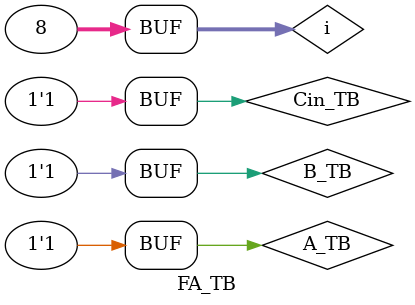
<source format=sv>

module FA_TB;
    reg A_TB, B_TB,Cin_TB;
    wire S_TB,Cout_TB;
    integer i;
//
FA U0 (.A(A_TB), .B(B_TB), .Cin(Cin_TB), .S(S_TB), .Cout(Cout_TB));
initial begin
    A_TB <= 0;
    B_TB <= 0;
    Cin_TB <= 0;
    $monitor("A=%0b B=%0b Cin=%0b S=%0b Cout=%0b", A_TB,B_TB,Cin_TB, S_TB,Cout_TB);
    for (i=0; i < 8; i=i+1) begin
        {A_TB,B_TB,Cin_TB} = i;
        #10;
    end
end
 initial begin
    $dumpvars;
    $dumpfile("dump.vcd");
  end
endmodule
</source>
